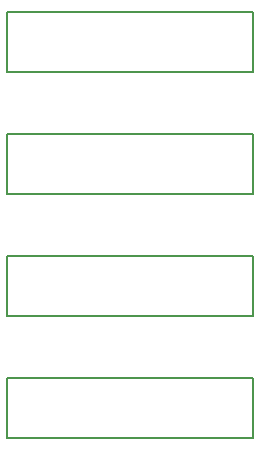
<source format=gbo>
G04*
G04 #@! TF.GenerationSoftware,Altium Limited,Altium Designer,21.6.1 (37)*
G04*
G04 Layer_Color=32896*
%FSLAX25Y25*%
%MOIN*%
G70*
G04*
G04 #@! TF.SameCoordinates,01938319-B850-4C9D-A5BA-AB94FDF17EC4*
G04*
G04*
G04 #@! TF.FilePolarity,Positive*
G04*
G01*
G75*
%ADD13C,0.00787*%
D13*
X88884Y165500D02*
Y185500D01*
X6915Y165500D02*
X88884D01*
X6915D02*
Y185500D01*
X88884D01*
X88884Y124833D02*
Y144833D01*
X6915Y124833D02*
X88884D01*
X6915D02*
Y144833D01*
X88884D01*
X88884Y84167D02*
Y104167D01*
X6915Y84167D02*
X88884D01*
X6915D02*
Y104167D01*
X88884D01*
Y43500D02*
Y63500D01*
X6915Y43500D02*
X88884D01*
X6915D02*
Y63500D01*
X88884D01*
M02*

</source>
